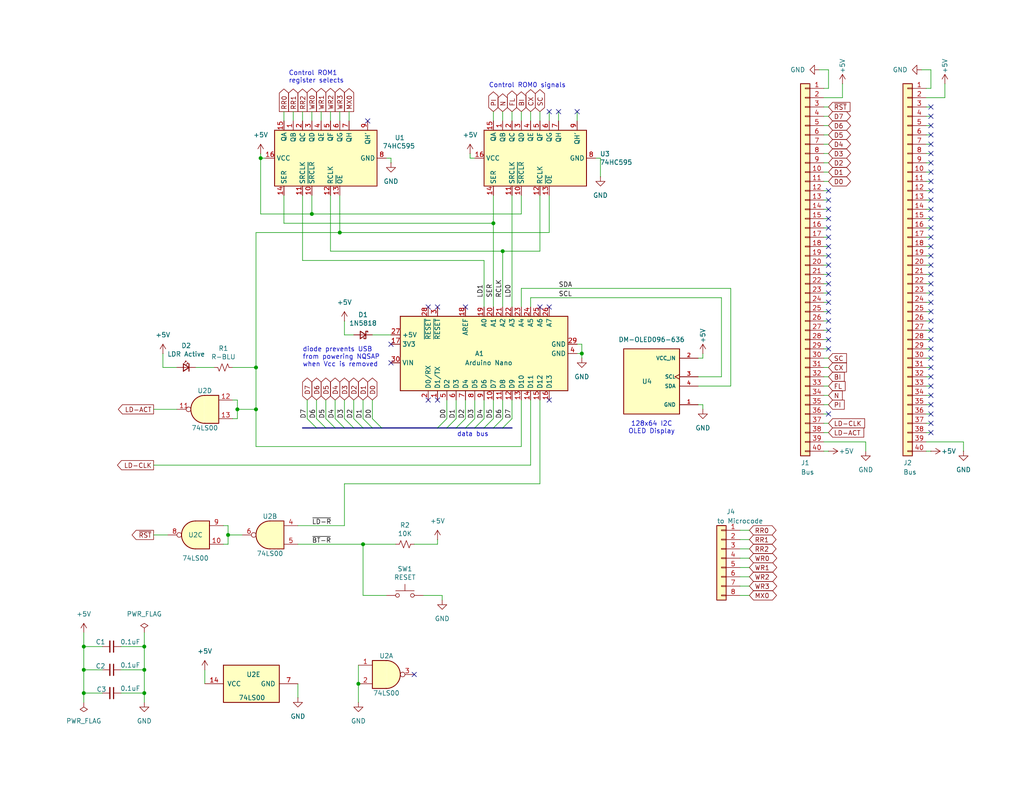
<source format=kicad_sch>
(kicad_sch (version 20231120) (generator "eeschema") (generator_version "8.0")
  (paper "USLetter")
  (title_block (title "SAP-Plus Loader / Debugger") (date "2024-12-01") (rev "1.1") (company "github.com/TomNisbet/sap-plus"))
  (lib_symbols
    (symbol "74xx:74HCT595"
      (property "Reference" "U" (at -7.62 13.97 0))
      (property "Value" "74HCT595" (at -7.62 -16.51 0))
      (symbol "74HCT595_1_0"
        (pin tri_state line (at 10.16 7.62 180) (length 2.54) (name "QB") (number "1"))
        (pin input line (at -10.16 2.54 0) (length 2.54) (name "~{SRCLR}") (number "10"))
        (pin input line (at -10.16 5.08 0) (length 2.54) (name "SRCLK") (number "11"))
        (pin input line (at -10.16 -2.54 0) (length 2.54) (name "RCLK") (number "12"))
        (pin input line (at -10.16 -5.08 0) (length 2.54) (name "~{OE}") (number "13"))
        (pin input line (at -10.16 10.16 0) (length 2.54) (name "SER") (number "14"))
        (pin tri_state line (at 10.16 10.16 180) (length 2.54) (name "QA") (number "15"))
        (pin power_in line (at 0 15.24 270) (length 2.54) (name "VCC") (number "16"))
        (pin tri_state line (at 10.16 5.08 180) (length 2.54) (name "QC") (number "2"))
        (pin tri_state line (at 10.16 2.54 180) (length 2.54) (name "QD") (number "3"))
        (pin tri_state line (at 10.16 0 180) (length 2.54) (name "QE") (number "4"))
        (pin tri_state line (at 10.16 -2.54 180) (length 2.54) (name "QF") (number "5"))
        (pin tri_state line (at 10.16 -5.08 180) (length 2.54) (name "QG") (number "6"))
        (pin tri_state line (at 10.16 -7.62 180) (length 2.54) (name "QH") (number "7"))
        (pin power_in line (at 0 -17.78 90) (length 2.54) (name "GND") (number "8"))
        (pin output line (at 10.16 -12.7 180) (length 2.54) (name "QH'") (number "9"))
      )
    )
    (symbol "74xx:74LS00" (pin_names (offset 1.016))
      (property "Reference" "U" (at 0 1.27 0))
      (property "Value" "74LS00" (at 0 -1.27 0))
      (symbol "74LS00_1_1"
        (pin input line (at -7.62 2.54 0) (length 3.81) (name "~") (number "1"))
        (pin input line (at -7.62 -2.54 0) (length 3.81) (name "~") (number "2"))
        (pin output inverted (at 7.62 0 180) (length 3.81) (name "~") (number "3"))
      )
      (symbol "74LS00_1_2"
        (pin input inverted (at -7.62 2.54 0) (length 4.318) (name "~") (number "1"))
        (pin input inverted (at -7.62 -2.54 0) (length 4.318) (name "~") (number "2"))
        (pin output line (at 7.62 0 180) (length 3.81) (name "~") (number "3"))
      )
      (symbol "74LS00_2_1"
        (pin input line (at -7.62 2.54 0) (length 3.81) (name "~") (number "4"))
        (pin input line (at -7.62 -2.54 0) (length 3.81) (name "~") (number "5"))
        (pin output inverted (at 7.62 0 180) (length 3.81) (name "~") (number "6"))
      )
      (symbol "74LS00_2_2"
        (pin input inverted (at -7.62 2.54 0) (length 4.318) (name "~") (number "4"))
        (pin input inverted (at -7.62 -2.54 0) (length 4.318) (name "~") (number "5"))
        (pin output line (at 7.62 0 180) (length 3.81) (name "~") (number "6"))
      )
      (symbol "74LS00_3_1"
        (pin input line (at -7.62 -2.54 0) (length 3.81) (name "~") (number "10"))
        (pin output inverted (at 7.62 0 180) (length 3.81) (name "~") (number "8"))
        (pin input line (at -7.62 2.54 0) (length 3.81) (name "~") (number "9"))
      )
      (symbol "74LS00_3_2"
        (pin input inverted (at -7.62 -2.54 0) (length 4.318) (name "~") (number "10"))
        (pin output line (at 7.62 0 180) (length 3.81) (name "~") (number "8"))
        (pin input inverted (at -7.62 2.54 0) (length 4.318) (name "~") (number "9"))
      )
      (symbol "74LS00_4_1"
        (pin output inverted (at 7.62 0 180) (length 3.81) (name "~") (number "11"))
        (pin input line (at -7.62 2.54 0) (length 3.81) (name "~") (number "12"))
        (pin input line (at -7.62 -2.54 0) (length 3.81) (name "~") (number "13"))
      )
      (symbol "74LS00_4_2"
        (pin output line (at 7.62 0 180) (length 3.81) (name "~") (number "11"))
        (pin input inverted (at -7.62 2.54 0) (length 4.318) (name "~") (number "12"))
        (pin input inverted (at -7.62 -2.54 0) (length 4.318) (name "~") (number "13"))
      )
      (symbol "74LS00_5_0"
        (pin power_in line (at 0 12.7 270) (length 5.08) (name "VCC") (number "14"))
        (pin power_in line (at 0 -12.7 90) (length 5.08) (name "GND") (number "7"))
      )
    )
    (symbol "Connector_Generic:Conn_01x08" (pin_names (offset 1.016) hide)
      (property "Reference" "J" (at 0 10.16 0))
      (property "Value" "Conn_01x08" (at 0 -12.7 0))
      (symbol "Conn_01x08_1_1"
        (pin passive line (at -5.08 7.62 0) (length 3.81) (name "Pin_1") (number "1"))
        (pin passive line (at -5.08 5.08 0) (length 3.81) (name "Pin_2") (number "2"))
        (pin passive line (at -5.08 2.54 0) (length 3.81) (name "Pin_3") (number "3"))
        (pin passive line (at -5.08 0 0) (length 3.81) (name "Pin_4") (number "4"))
        (pin passive line (at -5.08 -2.54 0) (length 3.81) (name "Pin_5") (number "5"))
        (pin passive line (at -5.08 -5.08 0) (length 3.81) (name "Pin_6") (number "6"))
        (pin passive line (at -5.08 -7.62 0) (length 3.81) (name "Pin_7") (number "7"))
        (pin passive line (at -5.08 -10.16 0) (length 3.81) (name "Pin_8") (number "8"))
      )
    )
    (symbol "Connector_Generic:Conn_01x40" (pin_names (offset 1.016) hide)
      (property "Reference" "J" (at 0 50.8 0))
      (property "Value" "Conn_01x40" (at 0 -53.34 0))
      (symbol "Conn_01x40_1_1"
        (pin passive line (at -5.08 48.26 0) (length 3.81) (name "Pin_1") (number "1"))
        (pin passive line (at -5.08 25.4 0) (length 3.81) (name "Pin_10") (number "10"))
        (pin passive line (at -5.08 22.86 0) (length 3.81) (name "Pin_11") (number "11"))
        (pin passive line (at -5.08 20.32 0) (length 3.81) (name "Pin_12") (number "12"))
        (pin passive line (at -5.08 17.78 0) (length 3.81) (name "Pin_13") (number "13"))
        (pin passive line (at -5.08 15.24 0) (length 3.81) (name "Pin_14") (number "14"))
        (pin passive line (at -5.08 12.7 0) (length 3.81) (name "Pin_15") (number "15"))
        (pin passive line (at -5.08 10.16 0) (length 3.81) (name "Pin_16") (number "16"))
        (pin passive line (at -5.08 7.62 0) (length 3.81) (name "Pin_17") (number "17"))
        (pin passive line (at -5.08 5.08 0) (length 3.81) (name "Pin_18") (number "18"))
        (pin passive line (at -5.08 2.54 0) (length 3.81) (name "Pin_19") (number "19"))
        (pin passive line (at -5.08 45.72 0) (length 3.81) (name "Pin_2") (number "2"))
        (pin passive line (at -5.08 0 0) (length 3.81) (name "Pin_20") (number "20"))
        (pin passive line (at -5.08 -2.54 0) (length 3.81) (name "Pin_21") (number "21"))
        (pin passive line (at -5.08 -5.08 0) (length 3.81) (name "Pin_22") (number "22"))
        (pin passive line (at -5.08 -7.62 0) (length 3.81) (name "Pin_23") (number "23"))
        (pin passive line (at -5.08 -10.16 0) (length 3.81) (name "Pin_24") (number "24"))
        (pin passive line (at -5.08 -12.7 0) (length 3.81) (name "Pin_25") (number "25"))
        (pin passive line (at -5.08 -15.24 0) (length 3.81) (name "Pin_26") (number "26"))
        (pin passive line (at -5.08 -17.78 0) (length 3.81) (name "Pin_27") (number "27"))
        (pin passive line (at -5.08 -20.32 0) (length 3.81) (name "Pin_28") (number "28"))
        (pin passive line (at -5.08 -22.86 0) (length 3.81) (name "Pin_29") (number "29"))
        (pin passive line (at -5.08 43.18 0) (length 3.81) (name "Pin_3") (number "3"))
        (pin passive line (at -5.08 -25.4 0) (length 3.81) (name "Pin_30") (number "30"))
        (pin passive line (at -5.08 -27.94 0) (length 3.81) (name "Pin_31") (number "31"))
        (pin passive line (at -5.08 -30.48 0) (length 3.81) (name "Pin_32") (number "32"))
        (pin passive line (at -5.08 -33.02 0) (length 3.81) (name "Pin_33") (number "33"))
        (pin passive line (at -5.08 -35.56 0) (length 3.81) (name "Pin_34") (number "34"))
        (pin passive line (at -5.08 -38.1 0) (length 3.81) (name "Pin_35") (number "35"))
        (pin passive line (at -5.08 -40.64 0) (length 3.81) (name "Pin_36") (number "36"))
        (pin passive line (at -5.08 -43.18 0) (length 3.81) (name "Pin_37") (number "37"))
        (pin passive line (at -5.08 -45.72 0) (length 3.81) (name "Pin_38") (number "38"))
        (pin passive line (at -5.08 -48.26 0) (length 3.81) (name "Pin_39") (number "39"))
        (pin passive line (at -5.08 40.64 0) (length 3.81) (name "Pin_4") (number "4"))
        (pin passive line (at -5.08 -50.8 0) (length 3.81) (name "Pin_40") (number "40"))
        (pin passive line (at -5.08 38.1 0) (length 3.81) (name "Pin_5") (number "5"))
        (pin passive line (at -5.08 35.56 0) (length 3.81) (name "Pin_6") (number "6"))
        (pin passive line (at -5.08 33.02 0) (length 3.81) (name "Pin_7") (number "7"))
        (pin passive line (at -5.08 30.48 0) (length 3.81) (name "Pin_8") (number "8"))
        (pin passive line (at -5.08 27.94 0) (length 3.81) (name "Pin_9") (number "9"))
      )
    )
    (symbol "Device:C_Small" (pin_numbers hide) (pin_names (offset 0.254) hide)
      (property "Reference" "C" (at 0.254 1.778 0))
      (property "Value" "C_Small" (at 0.254 -2.032 0))
      (symbol "C_Small_1_1"
        (pin passive line (at 0 2.54 270) (length 2.032) (name "~") (number "1"))
        (pin passive line (at 0 -2.54 90) (length 2.032) (name "~") (number "2"))
      )
    )
    (symbol "Device:D_Schottky_Small" (pin_numbers hide) (pin_names (offset 0.254) hide)
      (property "Reference" "D" (at -1.27 2.032 0))
      (property "Value" "D_Schottky_Small" (at -7.112 -2.032 0))
      (symbol "D_Schottky_Small_1_1"
        (pin passive line (at -2.54 0 0) (length 1.778) (name "K") (number "1"))
        (pin passive line (at 2.54 0 180) (length 1.778) (name "A") (number "2"))
      )
    )
    (symbol "Device:LED_Small" (pin_numbers hide) (pin_names (offset 0.254) hide)
      (property "Reference" "D" (at -1.27 3.175 0))
      (property "Value" "LED_Small" (at -4.445 -2.54 0))
      (symbol "LED_Small_1_1"
        (pin passive line (at -2.54 0 0) (length 1.778) (name "K") (number "1"))
        (pin passive line (at 2.54 0 180) (length 1.778) (name "A") (number "2"))
      )
    )
    (symbol "Device:R_Small_US" (pin_numbers hide) (pin_names (offset 0.254) hide)
      (property "Reference" "R" (at 0.762 0.508 0))
      (property "Value" "R_Small_US" (at 0.762 -1.016 0))
      (symbol "R_Small_US_1_1"
        (pin passive line (at 0 2.54 270) (length 1.016) (name "~") (number "1"))
        (pin passive line (at 0 -2.54 90) (length 1.016) (name "~") (number "2"))
      )
    )
    (symbol "MCU_Module:Arduino_Nano_v2.x"
      (property "Reference" "A" (at -10.16 23.495 0))
      (property "Value" "Arduino_Nano_v2.x" (at 5.08 -24.13 0))
      (symbol "Arduino_Nano_v2.x_1_1"
        (pin bidirectional line (at -12.7 12.7 0) (length 2.54) (name "D1/TX") (number "1"))
        (pin bidirectional line (at -12.7 -2.54 0) (length 2.54) (name "D7") (number "10"))
        (pin bidirectional line (at -12.7 -5.08 0) (length 2.54) (name "D8") (number "11"))
        (pin bidirectional line (at -12.7 -7.62 0) (length 2.54) (name "D9") (number "12"))
        (pin bidirectional line (at -12.7 -10.16 0) (length 2.54) (name "D10") (number "13"))
        (pin bidirectional line (at -12.7 -12.7 0) (length 2.54) (name "D11") (number "14"))
        (pin bidirectional line (at -12.7 -15.24 0) (length 2.54) (name "D12") (number "15"))
        (pin bidirectional line (at -12.7 -17.78 0) (length 2.54) (name "D13") (number "16"))
        (pin power_out line (at 2.54 25.4 270) (length 2.54) (name "3V3") (number "17"))
        (pin input line (at 12.7 5.08 180) (length 2.54) (name "AREF") (number "18"))
        (pin bidirectional line (at 12.7 0 180) (length 2.54) (name "A0") (number "19"))
        (pin bidirectional line (at -12.7 15.24 0) (length 2.54) (name "D0/RX") (number "2"))
        (pin bidirectional line (at 12.7 -2.54 180) (length 2.54) (name "A1") (number "20"))
        (pin bidirectional line (at 12.7 -5.08 180) (length 2.54) (name "A2") (number "21"))
        (pin bidirectional line (at 12.7 -7.62 180) (length 2.54) (name "A3") (number "22"))
        (pin bidirectional line (at 12.7 -10.16 180) (length 2.54) (name "A4") (number "23"))
        (pin bidirectional line (at 12.7 -12.7 180) (length 2.54) (name "A5") (number "24"))
        (pin bidirectional line (at 12.7 -15.24 180) (length 2.54) (name "A6") (number "25"))
        (pin bidirectional line (at 12.7 -17.78 180) (length 2.54) (name "A7") (number "26"))
        (pin power_out line (at 5.08 25.4 270) (length 2.54) (name "+5V") (number "27"))
        (pin input line (at 12.7 15.24 180) (length 2.54) (name "~{RESET}") (number "28"))
        (pin power_in line (at 2.54 -25.4 90) (length 2.54) (name "GND") (number "29"))
        (pin input line (at 12.7 12.7 180) (length 2.54) (name "~{RESET}") (number "3"))
        (pin power_in line (at -2.54 25.4 270) (length 2.54) (name "VIN") (number "30"))
        (pin power_in line (at 0 -25.4 90) (length 2.54) (name "GND") (number "4"))
        (pin bidirectional line (at -12.7 10.16 0) (length 2.54) (name "D2") (number "5"))
        (pin bidirectional line (at -12.7 7.62 0) (length 2.54) (name "D3") (number "6"))
        (pin bidirectional line (at -12.7 5.08 0) (length 2.54) (name "D4") (number "7"))
        (pin bidirectional line (at -12.7 2.54 0) (length 2.54) (name "D5") (number "8"))
        (pin bidirectional line (at -12.7 0 0) (length 2.54) (name "D6") (number "9"))
      )
    )
    (symbol "Switch:SW_Push" (pin_numbers hide) (pin_names (offset 1.016) hide)
      (property "Reference" "SW" (at 1.27 2.54 0))
      (property "Value" "SW_Push" (at 0 -1.524 0))
      (symbol "SW_Push_0_1"
        (pin passive line (at -5.08 0 0) (length 2.54) (name "1") (number "1"))
        (pin passive line (at 5.08 0 180) (length 2.54) (name "2") (number "2"))
      )
    )
    (symbol "myDisplays:DM-OLED096-636" (pin_names (offset 1.016))
      (property "Reference" "U" (at -7.62 10.922 0))
      (property "Value" "DM-OLED096-636" (at -7.62 -10.16 0))
      (symbol "DM-OLED096-636_0_0"
        (pin power_in line (at 12.7 -5.08 180) (length 5.08) (name "GND") (number "1"))
        (pin power_in line (at 12.7 7.62 180) (length 5.08) (name "VCC_IN") (number "2"))
        (pin input clock (at 12.7 2.54 180) (length 5.08) (name "SCL") (number "3"))
        (pin bidirectional line (at 12.7 0 180) (length 5.08) (name "SDA") (number "4"))
      )
    )
    (symbol "power:+5V" (power) (pin_numbers hide) (pin_names (offset 0) hide)
      (property "Value" "+5V" (at 0 3.556 0))
      (symbol "+5V_1_1"
        (pin power_in line (at 0 0 90) (length 0) (name "~") (number "1"))
      )
    )
    (symbol "power:GND" (power) (pin_numbers hide) (pin_names (offset 0) hide)
      (property "Value" "GND" (at 0 -3.81 0))
      (symbol "GND_1_1"
        (pin power_in line (at 0 0 270) (length 0) (name "~") (number "1"))
      )
    )
    (symbol "power:PWR_FLAG" (power) (pin_numbers hide) (pin_names (offset 0) hide)
      (property "Value" "PWR_FLAG" (at 0 3.81 0))
      (symbol "PWR_FLAG_0_0"
        (pin power_out line (at 0 0 90) (length 0) (name "~") (number "1"))
      )
    )
  )
  (junction (at 97.79 186.69))
  (junction (at 62.23 146.05))
  (junction (at 22.86 182.88))
  (junction (at 64.77 111.76))
  (junction (at 69.85 111.76))
  (junction (at 85.09 58.42))
  (junction (at 39.37 176.53))
  (junction (at 69.85 100.33))
  (junction (at 158.75 96.52))
  (junction (at 39.37 182.88))
  (junction (at 22.86 176.53))
  (junction (at 71.12 43.18))
  (junction (at 22.86 189.23))
  (junction (at 134.62 60.96))
  (junction (at 137.16 68.58))
  (junction (at 92.71 63.5))
  (junction (at 99.06 148.59))
  (junction (at 39.37 189.23))
  (no_connect (at 226.06 87.63))
  (no_connect (at 254 36.83))
  (no_connect (at 254 62.23))
  (no_connect (at 254 44.45))
  (no_connect (at 116.84 83.82))
  (no_connect (at 254 57.15))
  (no_connect (at 254 102.87))
  (no_connect (at 149.86 109.22))
  (no_connect (at 254 34.29))
  (no_connect (at 113.03 184.15))
  (no_connect (at 226.06 74.93))
  (no_connect (at 254 115.57))
  (no_connect (at 254 69.85))
  (no_connect (at 119.38 83.82))
  (no_connect (at 254 110.49))
  (no_connect (at 254 105.41))
  (no_connect (at 226.06 77.47))
  (no_connect (at 226.06 82.55))
  (no_connect (at 254 67.31))
  (no_connect (at 127 83.82))
  (no_connect (at 254 87.63))
  (no_connect (at 254 31.75))
  (no_connect (at 254 118.11))
  (no_connect (at 254 97.79))
  (no_connect (at 116.84 109.22))
  (no_connect (at 226.06 85.09))
  (no_connect (at 226.06 62.23))
  (no_connect (at 152.4 30.48))
  (no_connect (at 254 74.93))
  (no_connect (at 254 95.25))
  (no_connect (at 254 82.55))
  (no_connect (at 149.86 30.48))
  (no_connect (at 226.06 72.39))
  (no_connect (at 254 29.21))
  (no_connect (at 226.06 64.77))
  (no_connect (at 226.06 57.15))
  (no_connect (at 226.06 67.31))
  (no_connect (at 226.06 52.07))
  (no_connect (at 254 41.91))
  (no_connect (at 106.68 99.06))
  (no_connect (at 254 100.33))
  (no_connect (at 226.06 54.61))
  (no_connect (at 254 49.53))
  (no_connect (at 226.06 95.25))
  (no_connect (at 100.33 33.02))
  (no_connect (at 226.06 80.01))
  (no_connect (at 254 85.09))
  (no_connect (at 149.86 83.82))
  (no_connect (at 254 107.95))
  (no_connect (at 226.06 92.71))
  (no_connect (at 254 90.17))
  (no_connect (at 254 92.71))
  (no_connect (at 254 72.39))
  (no_connect (at 254 59.69))
  (no_connect (at 254 46.99))
  (no_connect (at 254 39.37))
  (no_connect (at 254 64.77))
  (no_connect (at 147.32 83.82))
  (no_connect (at 254 52.07))
  (no_connect (at 226.06 90.17))
  (no_connect (at 254 77.47))
  (no_connect (at 119.38 109.22))
  (no_connect (at 254 80.01))
  (no_connect (at 254 54.61))
  (no_connect (at 157.48 30.48))
  (no_connect (at 106.68 93.98))
  (no_connect (at 226.06 69.85))
  (no_connect (at 226.06 113.03))
  (no_connect (at 226.06 59.69))
  (no_connect (at 254 113.03))
  (bus_entry (at 101.6 116.84) (size -2.54 -2.54))
  (bus_entry (at 127 116.84) (size 2.54 -2.54))
  (bus_entry (at 91.44 116.84) (size -2.54 -2.54))
  (bus_entry (at 124.46 116.84) (size 2.54 -2.54))
  (bus_entry (at 132.08 116.84) (size 2.54 -2.54))
  (bus_entry (at 121.92 116.84) (size 2.54 -2.54))
  (bus_entry (at 96.52 116.84) (size -2.54 -2.54))
  (bus_entry (at 86.36 116.84) (size -2.54 -2.54))
  (bus_entry (at 129.54 116.84) (size 2.54 -2.54))
  (bus_entry (at 134.62 116.84) (size 2.54 -2.54))
  (bus_entry (at 99.06 116.84) (size -2.54 -2.54))
  (bus_entry (at 93.98 116.84) (size -2.54 -2.54))
  (bus_entry (at 104.14 116.84) (size -2.54 -2.54))
  (bus_entry (at 119.38 116.84) (size 2.54 -2.54))
  (bus_entry (at 137.16 116.84) (size 2.54 -2.54))
  (bus_entry (at 88.9 116.84) (size -2.54 -2.54))
  (wire (pts (xy 224.79 118.11) (xy 226.06 118.11)))
  (wire (pts (xy 254 31.75) (xy 252.73 31.75)))
  (wire (pts (xy 226.06 29.21) (xy 224.79 29.21)))
  (wire (pts (xy 254 87.63) (xy 252.73 87.63)))
  (wire (pts (xy 226.06 80.01) (xy 224.79 80.01)))
  (wire (pts (xy 106.68 43.18) (xy 106.68 44.45)))
  (bus (pts (xy 104.14 116.84) (xy 119.38 116.84)))
  (wire (pts (xy 81.28 186.69) (xy 81.28 190.5)))
  (wire (pts (xy 254 80.01) (xy 252.73 80.01)))
  (wire (pts (xy 83.82 109.22) (xy 83.82 114.3)))
  (wire (pts (xy 27.94 189.23) (xy 22.86 189.23)))
  (wire (pts (xy 27.94 182.88) (xy 22.86 182.88)))
  (wire (pts (xy 39.37 176.53) (xy 39.37 182.88)))
  (wire (pts (xy 85.09 30.48) (xy 85.09 33.02)))
  (wire (pts (xy 224.79 107.95) (xy 226.06 107.95)))
  (wire (pts (xy 121.92 114.3) (xy 121.92 109.22)))
  (wire (pts (xy 99.06 148.59) (xy 107.95 148.59)))
  (wire (pts (xy 191.77 110.49) (xy 191.77 111.76)))
  (wire (pts (xy 80.01 30.48) (xy 80.01 33.02)))
  (wire (pts (xy 119.38 148.59) (xy 119.38 147.32)))
  (wire (pts (xy 254 39.37) (xy 252.73 39.37)))
  (wire (pts (xy 252.73 26.67) (xy 257.81 26.67)))
  (wire (pts (xy 64.77 114.3) (xy 64.77 111.76)))
  (wire (pts (xy 199.39 78.74) (xy 142.24 78.74)))
  (wire (pts (xy 69.85 100.33) (xy 69.85 63.5)))
  (wire (pts (xy 254 59.69) (xy 252.73 59.69)))
  (wire (pts (xy 71.12 41.91) (xy 71.12 43.18)))
  (bus (pts (xy 99.06 116.84) (xy 101.6 116.84)))
  (wire (pts (xy 142.24 78.74) (xy 142.24 83.82)))
  (wire (pts (xy 254 72.39) (xy 252.73 72.39)))
  (wire (pts (xy 139.7 109.22) (xy 139.7 114.3)))
  (wire (pts (xy 134.62 30.48) (xy 134.62 33.02)))
  (wire (pts (xy 39.37 182.88) (xy 39.37 189.23)))
  (wire (pts (xy 201.93 152.4) (xy 204.47 152.4)))
  (wire (pts (xy 71.12 43.18) (xy 72.39 43.18)))
  (wire (pts (xy 81.28 148.59) (xy 99.06 148.59)))
  (wire (pts (xy 196.85 81.28) (xy 196.85 102.87)))
  (wire (pts (xy 92.71 53.34) (xy 92.71 63.5)))
  (wire (pts (xy 226.06 64.77) (xy 224.79 64.77)))
  (wire (pts (xy 226.06 95.25) (xy 224.79 95.25)))
  (wire (pts (xy 60.96 148.59) (xy 62.23 148.59)))
  (wire (pts (xy 149.86 53.34) (xy 149.86 63.5)))
  (wire (pts (xy 77.47 53.34) (xy 77.47 60.96)))
  (wire (pts (xy 201.93 162.56) (xy 204.47 162.56)))
  (wire (pts (xy 62.23 143.51) (xy 62.23 146.05)))
  (wire (pts (xy 226.06 105.41) (xy 224.79 105.41)))
  (wire (pts (xy 93.98 143.51) (xy 81.28 143.51)))
  (wire (pts (xy 226.06 46.99) (xy 224.79 46.99)))
  (wire (pts (xy 226.06 77.47) (xy 224.79 77.47)))
  (wire (pts (xy 132.08 114.3) (xy 132.08 109.22)))
  (wire (pts (xy 204.47 144.78) (xy 201.93 144.78)))
  (bus (pts (xy 88.9 116.84) (xy 91.44 116.84)))
  (wire (pts (xy 226.06 62.23) (xy 224.79 62.23)))
  (wire (pts (xy 120.65 162.56) (xy 120.65 163.83)))
  (wire (pts (xy 44.45 96.52) (xy 44.45 100.33)))
  (wire (pts (xy 254 36.83) (xy 252.73 36.83)))
  (wire (pts (xy 92.71 63.5) (xy 149.86 63.5)))
  (wire (pts (xy 106.68 43.18) (xy 105.41 43.18)))
  (wire (pts (xy 93.98 132.08) (xy 147.32 132.08)))
  (wire (pts (xy 129.54 109.22) (xy 129.54 114.3)))
  (wire (pts (xy 132.08 71.12) (xy 132.08 83.82)))
  (wire (pts (xy 226.06 49.53) (xy 224.79 49.53)))
  (wire (pts (xy 39.37 172.72) (xy 39.37 176.53)))
  (wire (pts (xy 254 90.17) (xy 252.73 90.17)))
  (bus (pts (xy 86.36 116.84) (xy 88.9 116.84)))
  (bus (pts (xy 132.08 116.84) (xy 134.62 116.84)))
  (bus (pts (xy 96.52 116.84) (xy 99.06 116.84)))
  (wire (pts (xy 149.86 30.48) (xy 149.86 33.02)))
  (bus (pts (xy 121.92 116.84) (xy 124.46 116.84)))
  (wire (pts (xy 254 44.45) (xy 252.73 44.45)))
  (wire (pts (xy 226.06 54.61) (xy 224.79 54.61)))
  (wire (pts (xy 226.06 19.05) (xy 226.06 24.13)))
  (wire (pts (xy 254 46.99) (xy 252.73 46.99)))
  (wire (pts (xy 254 105.41) (xy 252.73 105.41)))
  (wire (pts (xy 85.09 58.42) (xy 71.12 58.42)))
  (wire (pts (xy 251.46 19.05) (xy 254 19.05)))
  (wire (pts (xy 139.7 53.34) (xy 139.7 83.82)))
  (wire (pts (xy 254 115.57) (xy 252.73 115.57)))
  (wire (pts (xy 22.86 182.88) (xy 22.86 189.23)))
  (wire (pts (xy 33.02 182.88) (xy 39.37 182.88)))
  (wire (pts (xy 39.37 189.23) (xy 39.37 191.77)))
  (wire (pts (xy 254 123.19) (xy 252.73 123.19)))
  (wire (pts (xy 254 54.61) (xy 252.73 54.61)))
  (wire (pts (xy 254 69.85) (xy 252.73 69.85)))
  (wire (pts (xy 201.93 147.32) (xy 204.47 147.32)))
  (wire (pts (xy 152.4 30.48) (xy 152.4 33.02)))
  (wire (pts (xy 226.06 74.93) (xy 224.79 74.93)))
  (wire (pts (xy 254 24.13) (xy 252.73 24.13)))
  (wire (pts (xy 90.17 68.58) (xy 137.16 68.58)))
  (wire (pts (xy 55.88 182.88) (xy 55.88 186.69)))
  (bus (pts (xy 91.44 116.84) (xy 93.98 116.84)))
  (wire (pts (xy 204.47 160.02) (xy 201.93 160.02)))
  (wire (pts (xy 158.75 93.98) (xy 158.75 96.52)))
  (wire (pts (xy 63.5 109.22) (xy 64.77 109.22)))
  (wire (pts (xy 254 77.47) (xy 252.73 77.47)))
  (wire (pts (xy 86.36 114.3) (xy 86.36 109.22)))
  (wire (pts (xy 226.06 82.55) (xy 224.79 82.55)))
  (wire (pts (xy 254 100.33) (xy 252.73 100.33)))
  (wire (pts (xy 163.83 43.18) (xy 162.56 43.18)))
  (wire (pts (xy 254 110.49) (xy 252.73 110.49)))
  (wire (pts (xy 226.06 24.13) (xy 224.79 24.13)))
  (wire (pts (xy 96.52 91.44) (xy 93.98 91.44)))
  (wire (pts (xy 41.91 127) (xy 144.78 127)))
  (wire (pts (xy 226.06 41.91) (xy 224.79 41.91)))
  (wire (pts (xy 92.71 30.48) (xy 92.71 33.02)))
  (wire (pts (xy 142.24 109.22) (xy 142.24 121.92)))
  (wire (pts (xy 254 49.53) (xy 252.73 49.53)))
  (wire (pts (xy 139.7 30.48) (xy 139.7 33.02)))
  (wire (pts (xy 93.98 132.08) (xy 93.98 143.51)))
  (wire (pts (xy 137.16 68.58) (xy 147.32 68.58)))
  (wire (pts (xy 113.03 148.59) (xy 119.38 148.59)))
  (wire (pts (xy 115.57 162.56) (xy 120.65 162.56)))
  (wire (pts (xy 96.52 114.3) (xy 96.52 109.22)))
  (wire (pts (xy 254 62.23) (xy 252.73 62.23)))
  (wire (pts (xy 60.96 143.51) (xy 62.23 143.51)))
  (bus (pts (xy 101.6 116.84) (xy 104.14 116.84)))
  (wire (pts (xy 22.86 189.23) (xy 22.86 191.77)))
  (wire (pts (xy 53.34 100.33) (xy 58.42 100.33)))
  (wire (pts (xy 95.25 30.48) (xy 95.25 33.02)))
  (wire (pts (xy 82.55 71.12) (xy 132.08 71.12)))
  (wire (pts (xy 254 118.11) (xy 252.73 118.11)))
  (wire (pts (xy 157.48 33.02) (xy 157.48 30.48)))
  (wire (pts (xy 254 113.03) (xy 252.73 113.03)))
  (wire (pts (xy 33.02 176.53) (xy 39.37 176.53)))
  (wire (pts (xy 82.55 53.34) (xy 82.55 71.12)))
  (wire (pts (xy 97.79 181.61) (xy 97.79 186.69)))
  (wire (pts (xy 196.85 102.87) (xy 190.5 102.87)))
  (wire (pts (xy 142.24 30.48) (xy 142.24 33.02)))
  (bus (pts (xy 119.38 116.84) (xy 121.92 116.84)))
  (wire (pts (xy 127 114.3) (xy 127 109.22)))
  (wire (pts (xy 223.52 19.05) (xy 226.06 19.05)))
  (wire (pts (xy 199.39 105.41) (xy 199.39 78.74)))
  (wire (pts (xy 64.77 109.22) (xy 64.77 111.76)))
  (wire (pts (xy 254 82.55) (xy 252.73 82.55)))
  (wire (pts (xy 226.06 69.85) (xy 224.79 69.85)))
  (wire (pts (xy 201.93 157.48) (xy 204.47 157.48)))
  (wire (pts (xy 226.06 123.19) (xy 224.79 123.19)))
  (wire (pts (xy 85.09 53.34) (xy 85.09 58.42)))
  (wire (pts (xy 226.06 31.75) (xy 224.79 31.75)))
  (wire (pts (xy 22.86 172.72) (xy 22.86 176.53)))
  (wire (pts (xy 254 85.09) (xy 252.73 85.09)))
  (wire (pts (xy 99.06 148.59) (xy 99.06 162.56)))
  (wire (pts (xy 101.6 91.44) (xy 106.68 91.44)))
  (wire (pts (xy 69.85 111.76) (xy 69.85 100.33)))
  (wire (pts (xy 254 107.95) (xy 252.73 107.95)))
  (wire (pts (xy 147.32 53.34) (xy 147.32 68.58)))
  (wire (pts (xy 236.22 120.65) (xy 236.22 123.19)))
  (wire (pts (xy 190.5 105.41) (xy 199.39 105.41)))
  (wire (pts (xy 254 34.29) (xy 252.73 34.29)))
  (wire (pts (xy 22.86 176.53) (xy 22.86 182.88)))
  (wire (pts (xy 101.6 114.3) (xy 101.6 109.22)))
  (wire (pts (xy 226.06 67.31) (xy 224.79 67.31)))
  (wire (pts (xy 224.79 120.65) (xy 236.22 120.65)))
  (wire (pts (xy 226.06 87.63) (xy 224.79 87.63)))
  (wire (pts (xy 254 19.05) (xy 254 24.13)))
  (wire (pts (xy 33.02 189.23) (xy 39.37 189.23)))
  (wire (pts (xy 144.78 81.28) (xy 196.85 81.28)))
  (wire (pts (xy 226.06 72.39) (xy 224.79 72.39)))
  (wire (pts (xy 224.79 115.57) (xy 226.06 115.57)))
  (wire (pts (xy 63.5 114.3) (xy 64.77 114.3)))
  (wire (pts (xy 128.27 43.18) (xy 129.54 43.18)))
  (wire (pts (xy 226.06 90.17) (xy 224.79 90.17)))
  (bus (pts (xy 134.62 116.84) (xy 137.16 116.84)))
  (wire (pts (xy 224.79 113.03) (xy 226.06 113.03)))
  (wire (pts (xy 224.79 26.67) (xy 229.87 26.67)))
  (wire (pts (xy 124.46 109.22) (xy 124.46 114.3)))
  (wire (pts (xy 134.62 60.96) (xy 134.62 53.34)))
  (wire (pts (xy 224.79 110.49) (xy 226.06 110.49)))
  (wire (pts (xy 69.85 63.5) (xy 92.71 63.5)))
  (wire (pts (xy 69.85 121.92) (xy 142.24 121.92)))
  (wire (pts (xy 90.17 30.48) (xy 90.17 33.02)))
  (bus (pts (xy 129.54 116.84) (xy 132.08 116.84)))
  (wire (pts (xy 158.75 96.52) (xy 158.75 97.79)))
  (wire (pts (xy 88.9 109.22) (xy 88.9 114.3)))
  (wire (pts (xy 226.06 59.69) (xy 224.79 59.69)))
  (wire (pts (xy 71.12 58.42) (xy 71.12 43.18)))
  (wire (pts (xy 147.32 109.22) (xy 147.32 132.08)))
  (wire (pts (xy 254 97.79) (xy 252.73 97.79)))
  (wire (pts (xy 69.85 111.76) (xy 69.85 121.92)))
  (bus (pts (xy 82.55 116.84) (xy 86.36 116.84)))
  (wire (pts (xy 77.47 60.96) (xy 134.62 60.96)))
  (wire (pts (xy 63.5 100.33) (xy 69.85 100.33)))
  (wire (pts (xy 190.5 110.49) (xy 191.77 110.49)))
  (wire (pts (xy 99.06 109.22) (xy 99.06 114.3)))
  (wire (pts (xy 85.09 58.42) (xy 142.24 58.42)))
  (wire (pts (xy 226.06 102.87) (xy 224.79 102.87)))
  (wire (pts (xy 226.06 52.07) (xy 224.79 52.07)))
  (wire (pts (xy 62.23 148.59) (xy 62.23 146.05)))
  (wire (pts (xy 254 74.93) (xy 252.73 74.93)))
  (wire (pts (xy 41.91 111.76) (xy 48.26 111.76)))
  (wire (pts (xy 254 64.77) (xy 252.73 64.77)))
  (wire (pts (xy 137.16 114.3) (xy 137.16 109.22)))
  (wire (pts (xy 27.94 176.53) (xy 22.86 176.53)))
  (wire (pts (xy 204.47 154.94) (xy 201.93 154.94)))
  (wire (pts (xy 163.83 48.26) (xy 163.83 43.18)))
  (wire (pts (xy 226.06 92.71) (xy 224.79 92.71)))
  (wire (pts (xy 226.06 39.37) (xy 224.79 39.37)))
  (wire (pts (xy 254 102.87) (xy 252.73 102.87)))
  (wire (pts (xy 190.5 97.79) (xy 191.77 97.79)))
  (bus (pts (xy 124.46 116.84) (xy 127 116.84)))
  (wire (pts (xy 254 95.25) (xy 252.73 95.25)))
  (wire (pts (xy 254 52.07) (xy 252.73 52.07)))
  (wire (pts (xy 254 57.15) (xy 252.73 57.15)))
  (wire (pts (xy 64.77 111.76) (xy 69.85 111.76)))
  (wire (pts (xy 134.62 60.96) (xy 134.62 83.82)))
  (bus (pts (xy 93.98 116.84) (xy 96.52 116.84)))
  (wire (pts (xy 48.26 100.33) (xy 44.45 100.33)))
  (wire (pts (xy 144.78 109.22) (xy 144.78 127)))
  (wire (pts (xy 91.44 114.3) (xy 91.44 109.22)))
  (wire (pts (xy 99.06 162.56) (xy 105.41 162.56)))
  (wire (pts (xy 226.06 57.15) (xy 224.79 57.15)))
  (wire (pts (xy 226.06 85.09) (xy 224.79 85.09)))
  (wire (pts (xy 93.98 87.63) (xy 93.98 91.44)))
  (wire (pts (xy 226.06 44.45) (xy 224.79 44.45)))
  (wire (pts (xy 254 67.31) (xy 252.73 67.31)))
  (wire (pts (xy 97.79 186.69) (xy 97.79 191.77)))
  (wire (pts (xy 137.16 68.58) (xy 137.16 83.82)))
  (wire (pts (xy 262.89 120.65) (xy 262.89 123.19)))
  (wire (pts (xy 90.17 68.58) (xy 90.17 53.34)))
  (wire (pts (xy 62.23 146.05) (xy 66.04 146.05)))
  (wire (pts (xy 77.47 30.48) (xy 77.47 33.02)))
  (bus (pts (xy 127 116.84) (xy 129.54 116.84)))
  (wire (pts (xy 204.47 149.86) (xy 201.93 149.86)))
  (wire (pts (xy 229.87 26.67) (xy 229.87 22.86)))
  (wire (pts (xy 87.63 30.48) (xy 87.63 33.02)))
  (wire (pts (xy 137.16 30.48) (xy 137.16 33.02)))
  (wire (pts (xy 254 92.71) (xy 252.73 92.71)))
  (bus (pts (xy 137.16 116.84) (xy 139.7 116.84)))
  (wire (pts (xy 226.06 100.33) (xy 224.79 100.33)))
  (wire (pts (xy 128.27 41.91) (xy 128.27 43.18)))
  (wire (pts (xy 157.48 93.98) (xy 158.75 93.98)))
  (wire (pts (xy 252.73 120.65) (xy 262.89 120.65)))
  (wire (pts (xy 144.78 30.48) (xy 144.78 33.02)))
  (wire (pts (xy 226.06 97.79) (xy 224.79 97.79)))
  (wire (pts (xy 134.62 109.22) (xy 134.62 114.3)))
  (wire (pts (xy 93.98 109.22) (xy 93.98 114.3)))
  (wire (pts (xy 82.55 30.48) (xy 82.55 33.02)))
  (wire (pts (xy 226.06 34.29) (xy 224.79 34.29)))
  (wire (pts (xy 142.24 58.42) (xy 142.24 53.34)))
  (wire (pts (xy 157.48 96.52) (xy 158.75 96.52)))
  (wire (pts (xy 254 29.21) (xy 252.73 29.21)))
  (wire (pts (xy 144.78 83.82) (xy 144.78 81.28)))
  (wire (pts (xy 257.81 26.67) (xy 257.81 22.86)))
  (wire (pts (xy 226.06 36.83) (xy 224.79 36.83)))
  (wire (pts (xy 147.32 30.48) (xy 147.32 33.02)))
  (wire (pts (xy 254 41.91) (xy 252.73 41.91)))
  (wire (pts (xy 41.91 146.05) (xy 45.72 146.05)))
  (wire (pts (xy 191.77 97.79) (xy 191.77 96.52)))
  (text "diode prevents USB\nfrom powering NQSAP\nwhen Vcc is removed" (at 82.55 100.33 0) (effects (font (size 1.27 1.27)) (justify left bottom)))
  (text "Control ROM1\nregister selects" (at 78.74 22.86 0) (effects (font (size 1.27 1.27)) (justify left bottom)))
  (text "Control ROM0 signals" (at 133.35 24.13 0) (effects (font (size 1.27 1.27)) (justify left bottom)))
  (text "128x64 I2C\nOLED Display" (at 177.8 116.84 0) (effects (font (size 1.27 1.27))))
  (text "data bus" (at 133.35 119.38 0) (effects (font (size 1.27 1.27)) (justify right bottom)))
  (label "~{LD-R}" (at 85.09 143.51 0))
  (label "D3" (at 129.54 114.3 90))
  (label "D4" (at 132.08 114.3 90))
  (label "SER" (at 134.62 81.28 90))
  (label "RCLK" (at 137.16 81.28 90))
  (label "D7" (at 139.7 114.3 90))
  (label "D2" (at 96.52 114.3 90))
  (label "D5" (at 88.9 114.3 90))
  (label "D0" (at 101.6 114.3 90))
  (label "D6" (at 137.16 114.3 90))
  (label "D5" (at 134.62 114.3 90))
  (label "LD1" (at 132.08 81.28 90))
  (label "SDA" (at 152.4 78.74 0))
  (label "D1" (at 99.06 114.3 90))
  (label "D7" (at 83.82 114.3 90))
  (label "D3" (at 93.98 114.3 90))
  (label "D4" (at 91.44 114.3 90))
  (label "D6" (at 86.36 114.3 90))
  (label "D0" (at 121.92 114.3 90))
  (label "~{BT-R}" (at 85.09 148.59 0))
  (label "D1" (at 124.46 114.3 90))
  (label "SCL" (at 152.4 81.28 0))
  (label "LD0" (at 139.7 81.28 90))
  (label "D2" (at 127 114.3 90))
  (global_label "WR1" (shape tri_state) (at 204.47 154.94 0) (property "Intersheetrefs" "${INTERSHEET_REFS}" (effects (hide yes))))
  (global_label "WR1" (shape output) (at 87.63 30.48 90) (property "Intersheetrefs" "${INTERSHEET_REFS}" (effects (hide yes))))
  (global_label "CX" (shape tri_state) (at 144.78 30.48 90) (property "Intersheetrefs" "${INTERSHEET_REFS}" (effects (hide yes))))
  (global_label "WR2" (shape tri_state) (at 204.47 157.48 0) (property "Intersheetrefs" "${INTERSHEET_REFS}" (effects (hide yes))))
  (global_label "WR3" (shape output) (at 92.71 30.48 90) (property "Intersheetrefs" "${INTERSHEET_REFS}" (effects (hide yes))))
  (global_label "MX0" (shape tri_state) (at 204.47 162.56 0) (property "Intersheetrefs" "${INTERSHEET_REFS}" (effects (hide yes))))
  (global_label "D5" (shape bidirectional) (at 226.06 36.83 0) (property "Intersheetrefs" "${INTERSHEET_REFS}" (effects (hide yes))))
  (global_label "WR0" (shape tri_state) (at 204.47 152.4 0) (property "Intersheetrefs" "${INTERSHEET_REFS}" (effects (hide yes))))
  (global_label "D1" (shape bidirectional) (at 99.06 109.22 90) (property "Intersheetrefs" "${INTERSHEET_REFS}" (effects (hide yes))))
  (global_label "D3" (shape bidirectional) (at 226.06 41.91 0) (property "Intersheetrefs" "${INTERSHEET_REFS}" (effects (hide yes))))
  (global_label "FL" (shape tri_state) (at 139.7 30.48 90) (property "Intersheetrefs" "${INTERSHEET_REFS}" (effects (hide yes))))
  (global_label "WR3" (shape tri_state) (at 204.47 160.02 0) (property "Intersheetrefs" "${INTERSHEET_REFS}" (effects (hide yes))))
  (global_label "D6" (shape bidirectional) (at 86.36 109.22 90) (property "Intersheetrefs" "${INTERSHEET_REFS}" (effects (hide yes))))
  (global_label "RR2" (shape output) (at 82.55 30.48 90) (property "Intersheetrefs" "${INTERSHEET_REFS}" (effects (hide yes))))
  (global_label "D7" (shape bidirectional) (at 226.06 31.75 0) (property "Intersheetrefs" "${INTERSHEET_REFS}" (effects (hide yes))))
  (global_label "PI" (shape input) (at 226.06 110.49 0) (property "Intersheetrefs" "${INTERSHEET_REFS}" (effects (hide yes))))
  (global_label "D0" (shape bidirectional) (at 226.06 49.53 0) (property "Intersheetrefs" "${INTERSHEET_REFS}" (effects (hide yes))))
  (global_label "LD-CLK" (shape output) (at 41.91 127 180) (property "Intersheetrefs" "${INTERSHEET_REFS}" (effects (hide yes))))
  (global_label "RR1" (shape output) (at 80.01 30.48 90) (property "Intersheetrefs" "${INTERSHEET_REFS}" (effects (hide yes))))
  (global_label "D7" (shape bidirectional) (at 83.82 109.22 90) (property "Intersheetrefs" "${INTERSHEET_REFS}" (effects (hide yes))))
  (global_label "RR2" (shape tri_state) (at 204.47 149.86 0) (property "Intersheetrefs" "${INTERSHEET_REFS}" (effects (hide yes))))
  (global_label "SC" (shape tri_state) (at 147.32 30.48 90) (property "Intersheetrefs" "${INTERSHEET_REFS}" (effects (hide yes))))
  (global_label "BI" (shape tri_state) (at 142.24 30.48 90) (property "Intersheetrefs" "${INTERSHEET_REFS}" (effects (hide yes))))
  (global_label "LD-CLK" (shape input) (at 226.06 115.57 0) (property "Intersheetrefs" "${INTERSHEET_REFS}" (effects (hide yes))))
  (global_label "D2" (shape bidirectional) (at 226.06 44.45 0) (property "Intersheetrefs" "${INTERSHEET_REFS}" (effects (hide yes))))
  (global_label "FL" (shape input) (at 226.06 105.41 0) (property "Intersheetrefs" "${INTERSHEET_REFS}" (effects (hide yes))))
  (global_label "D6" (shape bidirectional) (at 226.06 34.29 0) (property "Intersheetrefs" "${INTERSHEET_REFS}" (effects (hide yes))))
  (global_label "D3" (shape bidirectional) (at 93.98 109.22 90) (property "Intersheetrefs" "${INTERSHEET_REFS}" (effects (hide yes))))
  (global_label "RR0" (shape output) (at 77.47 30.48 90) (property "Intersheetrefs" "${INTERSHEET_REFS}" (effects (hide yes))))
  (global_label "D4" (shape bidirectional) (at 226.06 39.37 0) (property "Intersheetrefs" "${INTERSHEET_REFS}" (effects (hide yes))))
  (global_label "D0" (shape bidirectional) (at 101.6 109.22 90) (property "Intersheetrefs" "${INTERSHEET_REFS}" (effects (hide yes))))
  (global_label "D2" (shape bidirectional) (at 96.52 109.22 90) (property "Intersheetrefs" "${INTERSHEET_REFS}" (effects (hide yes))))
  (global_label "N" (shape input) (at 226.06 107.95 0) (property "Intersheetrefs" "${INTERSHEET_REFS}" (effects (hide yes))))
  (global_label "SC" (shape input) (at 226.06 97.79 0) (property "Intersheetrefs" "${INTERSHEET_REFS}" (effects (hide yes))))
  (global_label "D4" (shape bidirectional) (at 91.44 109.22 90) (property "Intersheetrefs" "${INTERSHEET_REFS}" (effects (hide yes))))
  (global_label "N" (shape tri_state) (at 137.16 30.48 90) (property "Intersheetrefs" "${INTERSHEET_REFS}" (effects (hide yes))))
  (global_label "WR2" (shape output) (at 90.17 30.48 90) (property "Intersheetrefs" "${INTERSHEET_REFS}" (effects (hide yes))))
  (global_label "LD-ACT" (shape output) (at 41.91 111.76 180) (property "Intersheetrefs" "${INTERSHEET_REFS}" (effects (hide yes))))
  (global_label "D5" (shape bidirectional) (at 88.9 109.22 90) (property "Intersheetrefs" "${INTERSHEET_REFS}" (effects (hide yes))))
  (global_label "BI" (shape input) (at 226.06 102.87 0) (property "Intersheetrefs" "${INTERSHEET_REFS}" (effects (hide yes))))
  (global_label "PI" (shape tri_state) (at 134.62 30.48 90) (property "Intersheetrefs" "${INTERSHEET_REFS}" (effects (hide yes))))
  (global_label "D1" (shape bidirectional) (at 226.06 46.99 0) (property "Intersheetrefs" "${INTERSHEET_REFS}" (effects (hide yes))))
  (global_label "RR0" (shape tri_state) (at 204.47 144.78 0) (property "Intersheetrefs" "${INTERSHEET_REFS}" (effects (hide yes))))
  (global_label "WR0" (shape output) (at 85.09 30.48 90) (property "Intersheetrefs" "${INTERSHEET_REFS}" (effects (hide yes))))
  (global_label "~{RST}" (shape output) (at 41.91 146.05 180) (property "Intersheetrefs" "${INTERSHEET_REFS}" (effects (hide yes))))
  (global_label "~{RST}" (shape input) (at 226.06 29.21 0) (property "Intersheetrefs" "${INTERSHEET_REFS}" (effects (hide yes))))
  (global_label "LD-ACT" (shape input) (at 226.06 118.11 0) (property "Intersheetrefs" "${INTERSHEET_REFS}" (effects (hide yes))))
  (global_label "MX0" (shape output) (at 95.25 30.48 90) (property "Intersheetrefs" "${INTERSHEET_REFS}" (effects (hide yes))))
  (global_label "CX" (shape input) (at 226.06 100.33 0) (property "Intersheetrefs" "${INTERSHEET_REFS}" (effects (hide yes))))
  (global_label "RR1" (shape tri_state) (at 204.47 147.32 0) (property "Intersheetrefs" "${INTERSHEET_REFS}" (effects (hide yes))))
  (symbol (lib_id "Switch:SW_Push") (at 110.49 162.56 0) (mirror y) (unit 1)
    (property "Reference" "SW1" (at 110.49 155.321 0))
    (property "Value" "RESET" (at 110.49 157.6324 0))
    (property "Footprint" "Button_Switch_THT:SW_PUSH-12mm" (effects (hide yes)))
  )
  (symbol (lib_id "Device:LED_Small") (at 50.8 100.33 0) (mirror y) (unit 1)
    (property "Reference" "D2" (at 50.8 94.361 0))
    (property "Value" "LDR Active" (at 50.8 96.6724 0))
    (property "Footprint" "LED_THT:LED_D5.0mm" (effects (hide yes)))
  )
  (symbol (lib_id "Device:R_Small_US") (at 60.96 100.33 90) (mirror x) (unit 1)
    (property "Reference" "R1" (at 60.96 95.123 90))
    (property "Value" "R-BLU" (at 60.96 97.4344 90))
    (property "Footprint" "Resistor_THT:R_Axial_DIN0207_L6.3mm_D2.5mm_P10.16mm_Horizontal" (effects (hide yes)))
  )
  (symbol (lib_id "Device:D_Schottky_Small") (at 99.06 91.44 0) (mirror y) (unit 1)
    (property "Reference" "D1" (at 99.06 85.9282 0))
    (property "Value" "1N5818" (at 99.06 88.2396 0))
    (property "Footprint" "Diode_THT:D_DO-41_SOD81_P10.16mm_Horizontal" (effects (hide yes)))
  )
  (symbol (lib_id "74xx:74HCT595") (at 87.63 43.18 90) (unit 1)
    (property "Reference" "U1" (at 107.696 37.592 90) (effects (justify right)))
    (property "Value" "74HC595" (at 104.394 39.878 90) (effects (justify right)))
    (property "Footprint" "Package_DIP:DIP-16_W7.62mm" (effects (hide yes)))
    (property "Datasheet" "https://assets.nexperia.com/documents/data-sheet/74HC_HCT595.pdf" (effects (hide yes)))
  )
  (symbol (lib_id "74xx:74LS00") (at 53.34 146.05 0) (mirror y) (unit 3)
    (property "Reference" "U2" (at 53.34 146.05 0))
    (property "Value" "74LS00" (at 53.34 152.4 0))
    (property "Footprint" "Package_DIP:DIP-14_W7.62mm" (effects (hide yes)))
    (property "Datasheet" "http://www.ti.com/lit/gpn/sn74ls00" (effects (hide yes)))
    (property "Description" "quad 2-input NAND gate" (effects (hide yes)))
  )
  (symbol (lib_id "74xx:74HCT595") (at 144.78 43.18 90) (unit 1)
    (property "Reference" "U3" (at 163.6776 42.0116 90) (effects (justify right)))
    (property "Value" "74HC595" (at 163.6776 44.323 90) (effects (justify right)))
    (property "Footprint" "Package_DIP:DIP-16_W7.62mm" (effects (hide yes)))
    (property "Datasheet" "https://assets.nexperia.com/documents/data-sheet/74HC_HCT595.pdf" (effects (hide yes)))
  )
  (symbol (lib_id "MCU_Module:Arduino_Nano_v2.x") (at 132.08 96.52 90) (unit 1)
    (property "Reference" "A1" (at 130.81 96.52 90))
    (property "Value" "Arduino Nano" (at 133.35 99.06 90))
    (property "Footprint" "Module:Arduino_Nano" (effects (hide yes)))
    (property "Datasheet" "https://www.arduino.cc/en/uploads/Main/ArduinoNanoManual23.pdf" (effects (hide yes)))
  )
  (symbol (lib_id "Device:C_Small") (at 30.48 176.53 270) (unit 1)
    (property "Reference" "C1" (at 27.432 175.26 90))
    (property "Value" "0.1uF" (at 35.56 175.26 90))
    (property "Footprint" "Capacitor_THT:C_Disc_D3.0mm_W1.6mm_P2.50mm" (effects (hide yes)))
    (property "Description" "Unpolarized capacitor, small symbol" (effects (hide yes)))
  )
  (symbol (lib_id "Device:C_Small") (at 30.48 182.88 270) (unit 1)
    (property "Reference" "C2" (at 27.432 181.864 90))
    (property "Value" "0.1uF" (at 35.56 181.61 90))
    (property "Footprint" "Capacitor_THT:C_Disc_D3.0mm_W1.6mm_P2.50mm" (effects (hide yes)))
    (property "Description" "Unpolarized capacitor, small symbol" (effects (hide yes)))
  )
  (symbol (lib_id "Device:C_Small") (at 30.48 189.23 270) (unit 1)
    (property "Reference" "C3" (at 27.686 188.214 90))
    (property "Value" "0.1uF" (at 35.56 187.96 90))
    (property "Footprint" "Capacitor_THT:C_Disc_D3.0mm_W1.6mm_P2.50mm" (effects (hide yes)))
    (property "Description" "Unpolarized capacitor, small symbol" (effects (hide yes)))
  )
  (symbol (lib_id "Device:R_Small_US") (at 110.49 148.59 270) (unit 1)
    (property "Reference" "R2" (at 110.49 143.383 90))
    (property "Value" "10K" (at 110.49 145.6944 90))
    (property "Footprint" "Resistor_THT:R_Axial_DIN0207_L6.3mm_D2.5mm_P10.16mm_Horizontal" (effects (hide yes)))
  )
  (symbol (lib_id "power:+5V") (at 119.38 147.32 0) (unit 1)
    (property "Reference" "#PWR023" (effects (hide yes)))
    (property "Value" "+5V" (at 119.38 142.24 0))
    (property "Description" "Power symbol creates a global label with name \"+5V\"" (effects (hide yes)))
  )
  (symbol (lib_id "Connector_Generic:Conn_01x40") (at 219.71 72.39 0) (mirror y) (unit 1)
    (property "Reference" "J1" (at 219.71 126.365 0))
    (property "Value" "Bus" (at 220.345 128.905 0))
    (property "Footprint" "Connector_PinHeader_2.54mm:PinHeader_1x40_P2.54mm_Vertical" (effects (hide yes)))
  )
  (symbol (lib_id "power:+5V") (at 229.87 22.86 0) (unit 1)
    (property "Reference" "#PWR016" (effects (hide yes)))
    (property "Value" "+5V" (at 229.87 20.066 90) (effects (justify left)))
    (property "Description" "Power symbol creates a global label with name \"+5V\"" (effects (hide yes)))
  )
  (symbol (lib_id "power:+5V") (at 22.86 172.72 0) (unit 1)
    (property "Reference" "#PWR03" (effects (hide yes)))
    (property "Value" "+5V" (at 22.86 167.64 0))
    (property "Description" "Power symbol creates a global label with name \"+5V\"" (effects (hide yes)))
  )
  (symbol (lib_id "74xx:74LS00") (at 105.41 184.15 0) (unit 1)
    (property "Reference" "U2" (at 105.41 179.07 0))
    (property "Value" "74LS00" (at 105.41 189.23 0))
    (property "Footprint" "Package_DIP:DIP-14_W7.62mm" (effects (hide yes)))
    (property "Datasheet" "http://www.ti.com/lit/gpn/sn74ls00" (effects (hide yes)))
    (property "Description" "quad 2-input NAND gate" (effects (hide yes)))
  )
  (symbol (lib_id "power:GND") (at 262.89 123.19 0) (unit 1)
    (property "Reference" "#PWR015" (effects (hide yes)))
    (property "Value" "GND" (at 262.89 128.27 0))
    (property "Description" "Power symbol creates a global label with name \"GND\" , ground" (effects (hide yes)))
  )
  (symbol (lib_id "power:+5V") (at 257.81 22.86 0) (unit 1)
    (property "Reference" "#PWR018" (effects (hide yes)))
    (property "Value" "+5V" (at 257.81 20.066 90) (effects (justify left)))
    (property "Description" "Power symbol creates a global label with name \"+5V\"" (effects (hide yes)))
  )
  (symbol (lib_id "power:PWR_FLAG") (at 22.86 191.77 0) (mirror x) (unit 1)
    (property "Reference" "#FLG02" (effects (hide yes)))
    (property "Value" "PWR_FLAG" (at 22.86 196.85 0))
    (property "Description" "Special symbol for telling ERC where power comes from" (effects (hide yes)))
  )
  (symbol (lib_id "power:+5V") (at 226.06 123.19 270) (unit 1)
    (property "Reference" "#PWR02" (effects (hide yes)))
    (property "Value" "+5V" (at 228.854 123.19 90) (effects (justify left)))
    (property "Description" "Power symbol creates a global label with name \"+5V\"" (effects (hide yes)))
  )
  (symbol (lib_id "power:+5V") (at 71.12 41.91 0) (unit 1)
    (property "Reference" "#PWR012" (effects (hide yes)))
    (property "Value" "+5V" (at 71.12 36.83 0))
    (property "Description" "Power symbol creates a global label with name \"+5V\"" (effects (hide yes)))
  )
  (symbol (lib_id "Connector_Generic:Conn_01x40") (at 247.65 72.39 0) (mirror y) (unit 1)
    (property "Reference" "J2" (at 247.65 126.365 0))
    (property "Value" "Bus" (at 248.285 128.905 0))
    (property "Footprint" "Connector_PinHeader_2.54mm:PinHeader_1x40_P2.54mm_Vertical" (effects (hide yes)))
  )
  (symbol (lib_id "power:GND") (at 81.28 190.5 0) (unit 1)
    (property "Reference" "#PWR04" (effects (hide yes)))
    (property "Value" "GND" (at 81.28 195.58 0))
    (property "Description" "Power symbol creates a global label with name \"GND\" , ground" (effects (hide yes)))
  )
  (symbol (lib_id "74xx:74LS00") (at 68.58 186.69 90) (unit 5)
    (property "Reference" "U2" (at 71.12 184.15 90) (effects (justify left)))
    (property "Value" "74LS00" (at 72.39 190.5 90) (effects (justify left)))
    (property "Footprint" "Package_DIP:DIP-14_W7.62mm" (effects (hide yes)))
    (property "Datasheet" "http://www.ti.com/lit/gpn/sn74ls00" (effects (hide yes)))
    (property "Description" "quad 2-input NAND gate" (effects (hide yes)))
  )
  (symbol (lib_id "74xx:74LS00") (at 55.88 111.76 0) (mirror y) (unit 4)
    (property "Reference" "U2" (at 55.88 106.68 0))
    (property "Value" "74LS00" (at 55.88 116.84 0))
    (property "Footprint" "Package_DIP:DIP-14_W7.62mm" (effects (hide yes)))
    (property "Datasheet" "http://www.ti.com/lit/gpn/sn74ls00" (effects (hide yes)))
    (property "Description" "quad 2-input NAND gate" (effects (hide yes)))
  )
  (symbol (lib_id "myDisplays:DM-OLED096-636") (at 177.8 105.41 0) (unit 1)
    (property "Reference" "U4" (at 176.53 104.14 0))
    (property "Value" "DM-OLED096-636" (at 177.8 92.71 0))
    (property "Footprint" "myDisplays:MODULE_DM-OLED096-636-27" (effects (hide yes)))
    (property "MF" "Display Module" (effects (hide yes)))
    (property "MAXIMUM_PACKAGE_HEIGHT" "11.3 mm" (effects (hide yes)))
    (property "Package" "Package" (effects (hide yes)))
    (property "Price" "None" (effects (hide yes)))
    (property "Check_prices" "https://www.snapeda.com/parts/DM-OLED096-636/Display+Module/view-part/?ref=eda" (effects (hide yes)))
    (property "STANDARD" "Manufacturer Recommendations" (effects (hide yes)))
    (property "PARTREV" "2018-09-10" (effects (hide yes)))
    (property "SnapEDA_Link" "https://www.snapeda.com/parts/DM-OLED096-636/Display+Module/view-part/?ref=snap" (effects (hide yes)))
    (property "MP" "DM-OLED096-636" (effects (hide yes)))
    (property "Description_1" "\n0.96” 128 X 64 MONOCHROME GRAPHIC OLED DISPLAY MODULE - I2C\n" (effects (hide yes)))
    (property "Availability" "Not in stock" (effects (hide yes)))
    (property "MANUFACTURER" "Displaymodule" (effects (hide yes)))
  )
  (symbol (lib_id "power:GND") (at 223.52 19.05 270) (unit 1)
    (property "Reference" "#PWR06" (effects (hide yes)))
    (property "Value" "GND" (at 219.71 19.0499 90) (effects (justify right)))
    (property "Description" "Power symbol creates a global label with name \"GND\" , ground" (effects (hide yes)))
  )
  (symbol (lib_id "74xx:74LS00") (at 73.66 146.05 0) (mirror y) (unit 2)
    (property "Reference" "U2" (at 73.66 140.97 0))
    (property "Value" "74LS00" (at 73.66 151.13 0))
    (property "Footprint" "Package_DIP:DIP-14_W7.62mm" (effects (hide yes)))
    (property "Datasheet" "http://www.ti.com/lit/gpn/sn74ls00" (effects (hide yes)))
    (property "Description" "quad 2-input NAND gate" (effects (hide yes)))
  )
  (symbol (lib_id "power:GND") (at 120.65 163.83 0) (unit 1)
    (property "Reference" "#PWR030" (effects (hide yes)))
    (property "Value" "GND" (at 120.65 168.91 0))
    (property "Description" "Power symbol creates a global label with name \"GND\" , ground" (effects (hide yes)))
  )
  (symbol (lib_id "power:GND") (at 163.83 48.26 0) (unit 1)
    (property "Reference" "#PWR019" (effects (hide yes)))
    (property "Value" "GND" (at 163.83 53.34 0))
    (property "Description" "Power symbol creates a global label with name \"GND\" , ground" (effects (hide yes)))
  )
  (symbol (lib_id "power:+5V") (at 254 123.19 270) (unit 1)
    (property "Reference" "#PWR07" (effects (hide yes)))
    (property "Value" "+5V" (at 256.794 123.19 90) (effects (justify left)))
    (property "Description" "Power symbol creates a global label with name \"+5V\"" (effects (hide yes)))
  )
  (symbol (lib_id "power:+5V") (at 128.27 41.91 0) (unit 1)
    (property "Reference" "#PWR09" (effects (hide yes)))
    (property "Value" "+5V" (at 128.27 36.83 0))
    (property "Description" "Power symbol creates a global label with name \"+5V\"" (effects (hide yes)))
  )
  (symbol (lib_id "power:GND") (at 106.68 44.45 0) (unit 1)
    (property "Reference" "#PWR017" (effects (hide yes)))
    (property "Value" "GND" (at 106.68 49.53 0))
    (property "Description" "Power symbol creates a global label with name \"GND\" , ground" (effects (hide yes)))
  )
  (symbol (lib_id "power:GND") (at 39.37 191.77 0) (unit 1)
    (property "Reference" "#PWR022" (effects (hide yes)))
    (property "Value" "GND" (at 39.37 196.85 0))
    (property "Description" "Power symbol creates a global label with name \"GND\" , ground" (effects (hide yes)))
  )
  (symbol (lib_id "power:PWR_FLAG") (at 39.37 172.72 0) (unit 1)
    (property "Reference" "#FLG03" (effects (hide yes)))
    (property "Value" "PWR_FLAG" (at 39.37 167.64 0))
    (property "Description" "Special symbol for telling ERC where power comes from" (effects (hide yes)))
  )
  (symbol (lib_id "power:GND") (at 158.75 97.79 0) (unit 1)
    (property "Reference" "#PWR011" (effects (hide yes)))
    (property "Value" "GND" (at 158.75 102.87 0))
    (property "Description" "Power symbol creates a global label with name \"GND\" , ground" (effects (hide yes)))
  )
  (symbol (lib_id "power:+5V") (at 191.77 96.52 0) (unit 1)
    (property "Reference" "#PWR021" (effects (hide yes)))
    (property "Value" "+5V" (at 191.77 93.726 90) (effects (justify left)))
    (property "Description" "Power symbol creates a global label with name \"+5V\"" (effects (hide yes)))
  )
  (symbol (lib_id "power:+5V") (at 44.45 96.52 0) (unit 1)
    (property "Reference" "#PWR013" (effects (hide yes)))
    (property "Value" "+5V" (at 44.45 91.44 0))
    (property "Description" "Power symbol creates a global label with name \"+5V\"" (effects (hide yes)))
  )
  (symbol (lib_id "power:GND") (at 97.79 191.77 0) (unit 1)
    (property "Reference" "#PWR08" (effects (hide yes)))
    (property "Value" "GND" (at 97.79 196.85 0))
    (property "Description" "Power symbol creates a global label with name \"GND\" , ground" (effects (hide yes)))
  )
  (symbol (lib_id "power:+5V") (at 55.88 182.88 0) (unit 1)
    (property "Reference" "#PWR01" (effects (hide yes)))
    (property "Value" "+5V" (at 55.88 177.8 0))
    (property "Description" "Power symbol creates a global label with name \"+5V\"" (effects (hide yes)))
  )
  (symbol (lib_id "power:+5V") (at 93.98 87.63 0) (unit 1)
    (property "Reference" "#PWR014" (effects (hide yes)))
    (property "Value" "+5V" (at 93.98 82.55 0))
    (property "Description" "Power symbol creates a global label with name \"+5V\"" (effects (hide yes)))
  )
  (symbol (lib_id "power:GND") (at 236.22 123.19 0) (unit 1)
    (property "Reference" "#PWR010" (effects (hide yes)))
    (property "Value" "GND" (at 236.22 128.27 0))
    (property "Description" "Power symbol creates a global label with name \"GND\" , ground" (effects (hide yes)))
  )
  (symbol (lib_id "power:GND") (at 251.46 19.05 270) (unit 1)
    (property "Reference" "#PWR05" (effects (hide yes)))
    (property "Value" "GND" (at 247.65 19.0499 90) (effects (justify right)))
    (property "Description" "Power symbol creates a global label with name \"GND\" , ground" (effects (hide yes)))
  )
  (symbol (lib_id "power:GND") (at 191.77 111.76 0) (unit 1)
    (property "Reference" "#PWR020" (effects (hide yes)))
    (property "Value" "GND" (at 191.77 116.84 0))
    (property "Description" "Power symbol creates a global label with name \"GND\" , ground" (effects (hide yes)))
  )
  (symbol (lib_id "Connector_Generic:Conn_01x08") (at 196.85 152.4 0) (mirror y) (unit 1)
    (property "Reference" "J4" (at 199.39 139.7 0))
    (property "Value" "to Microcode" (at 201.93 142.24 0))
    (property "Footprint" "Connector_PinHeader_2.54mm:PinHeader_1x08_P2.54mm_Vertical" (effects (hide yes)))
  )
)
</source>
